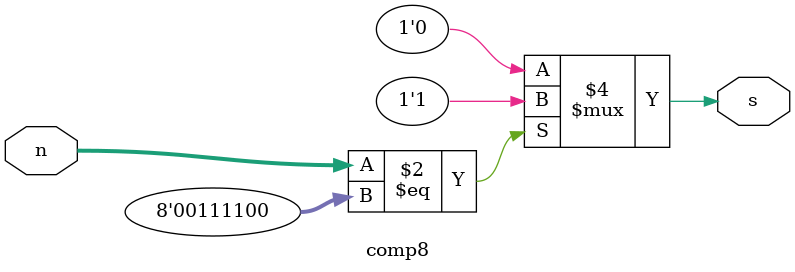
<source format=v>
module segundero(
						input button,
						input clk,
						output [7:0]HEX1,
						output [7:0]HEX0);
wire [25:0]sum;
wire [25:0]Q;
wire s,rst;
wire b,clo;
assign b = ~button;
comp18 c1(.n(Q), .s(s));
mux m1(.a(s), .b(b),.selec(b), .s(rst));
reg18 r1(.clk(clk), .D(sum), .Q(Q),.rst(rst));
assign sum= Q+1;

wire [7:0]sum1;
wire [7:0]Q1;
wire s1,rst1;
comp8 c8(.n(Q1), .s(s1));
mux m2(.a(s1), .b(b), .selec(b), .s(rst1));
reg8 r2(.clk(s), .D(sum1), .Q(Q1),.rst(rst1) );
assign sum1 =Q1+1;

toHex0 hex0(.num(Q1),.HEX0(HEX0));
toHex1 hex1(.num(Q1),.HEX1(HEX1));


endmodule

module toHex0(input [5:0]num,
					output reg [7:0]HEX0);
always @ (*)
begin
if(num==0 || num ==10 || num == 20 || num==30 || num==40 || num==50)
	HEX0=8'b11000000;
else if(num==1 || num ==11 || num == 21 || num==31 || num==41 || num==51)
	HEX0=8'b11111001;
else if(num==2 || num ==12 || num == 22 || num==32 || num==42 || num==52)
	HEX0=8'b10100100;
else if(num==3 || num ==13 || num == 23 || num==33 || num==43 || num==53)
	HEX0=8'b10110000;
else if(num==4 || num ==14 || num == 24 || num==34 || num==44 || num==54)
	HEX0=8'b10011001;
else if(num==5 || num ==15 || num == 25 || num==35 || num==45 || num==55)
	HEX0=8'b10010010;
else if(num==6|| num ==16 || num == 26 || num==36 || num==46 || num==56)
	HEX0=8'b10000010;
else if(num==7 || num ==17 || num == 27 || num==37 || num==47 || num==57)
	HEX0=8'b11111000;
else if(num==8 || num ==18 || num == 28 || num==38 || num==48 || num==58)
	HEX0=8'b10000000;
else if(num==9 || num ==19 || num == 29 || num==39 || num==49 || num==59)
	HEX0=8'b10011000;
end
endmodule

module toHex1(	input [5:0]num,
					output reg[7:0]HEX1);
always @ (*)
begin
	if (num==0 || num == 1||num==2||num==3||num==4||num==5||num==6||num==7||num==8||num==9)
		HEX1=8'b11000000;
	else if(num==10 || num == 11||num==12||num==13||num==14||num==15||num==16||num==17||num==18||num==19)
		HEX1=8'b11111001;
	else if(num==20 || num == 21||num==22||num==23||num==24||num==25||num==26||num==27||num==28||num==29)
		HEX1=8'b10100100;
	else if(num==30 || num == 31||num==32||num==33||num==34||num==35||num==36||num==37||num==38||num==39)
		HEX1=8'b10110000;
	else if(num==40 || num == 41||num==42||num==43||num==44||num==45||num==46||num==47||num==48||num==49)
		HEX1=8'b10011001;
	else if(num==50 || num == 51||num==52||num==53||num==54||num==55||num==56||num==57||num==58||num==59)
		HEX1=8'b10010010;
end
		
endmodule

module reg18(
				input clk,
				input rst,
				input [25:0]D,
				output reg [25:0]Q);
always @ (posedge clk or posedge rst)
	if (rst)
		Q<=26'd0;
	else 
		Q<=D;
endmodule

module reg8(
				input clk,
				input rst,
				input [7:0]D,
				output reg [7:0]Q);
always @ (posedge clk or posedge rst)
	if (rst)
		Q<=26'd0;
	else 
		Q<=D;
endmodule

module mux(	input a,
				input b,
				input selec,
				output reg s);

always @ (*)
	begin
		case(selec)
		
			1'b0: s=a;
			1'b1: s=b;
		
		endcase
	end
endmodule


module comp18(
				input [25:0]n,
				output reg s);
always @ (*)
begin
if (n==50000000)
	s=1;
else 
	s=0;
end
	
endmodule

module comp8(
				input [7:0]n,
				output reg s);
always @ (*)
begin
if (n==60)
	s=1;
else 
	s=0;
end
	
endmodule

</source>
